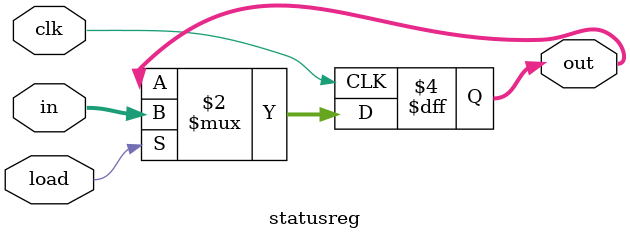
<source format=sv>
module datapath( clk         , // recall from Lab 4 that KEY0 is 1 when NOT pushed

                // register operand fetch stage
                readnum     ,
                vsel        ,
                loada       ,
                loadb       ,

                // computation stage (sometimes called "execute")
                shift       ,
                asel        ,
                bsel        ,
                ALUop       ,
                loadc       ,
                loads       ,

                // set when "writing back" to register file
                writenum    ,
                write       ,  

                //other inputs
                mdata,
                sximm5,
                sximm8,
                PC,

                // outputs
                Z_out       ,
                datapath_out
                
             );


            input [15:0] mdata, sximm8, sximm5;
            input [7:0] PC;
            input [2:0] writenum, readnum;
            input [1:0] ALUop, shift, vsel;
            input write, clk, loada, loadb, loadc, loads, asel, bsel;

            reg [15:0] data_in, data_out, wireA, wireB, sout, Ain, Bin, out;
            reg [2:0] Z;


            output reg [2:0] Z_out;
            output reg [15:0] datapath_out;

                                         
            Mux4 MuxInit(.select(vsel), .mdata(mdata), .sximm8(sximm8), .PC(PC), .C(datapath_out), .out(data_in));
            
            regfile REGFILE(.data_in(data_in), .writenum(writenum), .write(write), .readnum(readnum), .clk(clk), .data_out(data_out));
            minireg regA(.in(data_out), .out(wireA), .load(loada), .clk(clk));
            minireg regB(.in(data_out), .out(wireB), .load(loadb), .clk(clk));

            shifter mainShifter(.in(wireB), .shift(shift), .sout(sout));
              
            
            Mux2 MuxA(.select(asel), .input1({16{1'b0}}), .input0(wireA), .out(Ain));
            //Mux MuxB(.select(bsel), .input1({11{1'b0}, datapath_in[4:0]}), .input0(sout), .out(Bin));
            Mux2 MuxB(.select(bsel), .input1(sximm5), .input0(sout), .out(Bin));
            
            ALU ALUMain(.Ain(Ain), .Bin(Bin), .ALUop(ALUop), .out(out), .Z(Z));

            minireg regC(.in(out), .out(datapath_out), .load(loadc), .clk(clk));

            

            statusreg regZ(.in(Z), .out(Z_out), .load(loads), .clk(clk));



endmodule: datapath

module Mux4 (input [1:0] select, input [15:0] mdata, input [15:0] sximm8, input [7:0] PC, input [15:0] C, output reg [15:0] out);
    always@(*) begin
        case(select)
            2'b00: out <= C;
            2'b01: out <= {8'b0, PC};
            2'b10: out <= sximm8;
            2'b11: out <= mdata;

            default: out <= {16{1'bx}};
        endcase
    end

endmodule: Mux4


module Mux2 (input select, input [15:0] input1, input [15:0] input0, output reg [15:0] out);
    always@(*) begin
        case(select)
            1'b0: out <= input0;
            1'b1: out <= input1;
            default: out <= {16{1'b1}};
        endcase
    end

endmodule: Mux2

//Used in this file for register A, register B, register C
module minireg(input [15:0] in, output reg [15:0] out, input load, input clk);
    always_ff @(posedge clk) if (load) out <= in;

endmodule:minireg

//Used in status register
module statusreg(input [2:0] in, output reg [2:0] out, input load, input clk);
    always_ff @(posedge clk) if (load) out <= in;

endmodule:statusreg
</source>
